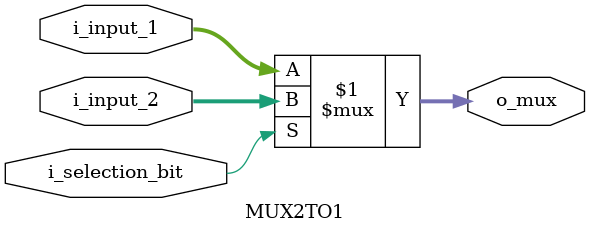
<source format=v>
`timescale 1ns / 1ps

module MUX2TO1 (
    input  wire [31:0]  i_input_1,
    input  wire [31:0]  i_input_2,
    input  wire         i_selection_bit,
    output wire [31:0]  o_mux
);

  assign o_mux = (i_selection_bit) ? i_input_2 : i_input_1;
endmodule
</source>
